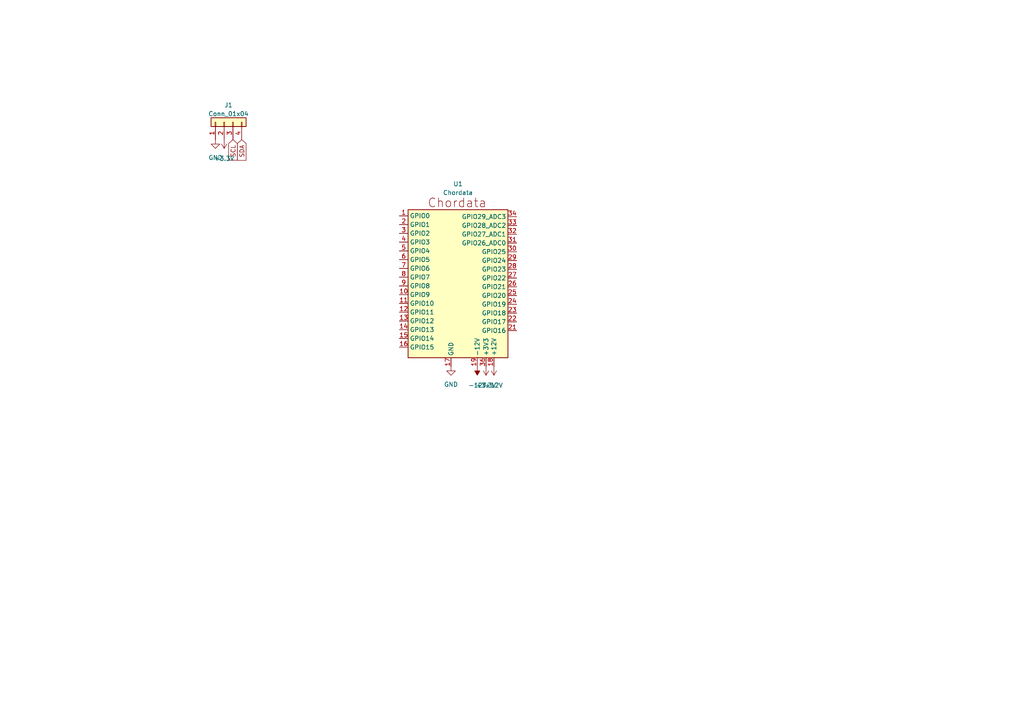
<source format=kicad_sch>
(kicad_sch (version 20230121) (generator eeschema)
  (paper "A4")
  (lib_symbols
    (symbol "Connector_Generic:Conn_01x04" (pin_names (offset 1.016) hide)
      (property "Reference" "J" (at 0 5.08 0))
      (property "Value" "Conn_01x04" (at 0 -7.62 0))
      (symbol "Conn_01x04_1_1"
        (rectangle (start -1.27 -4.953) (end 0 -5.207) (stroke (width 0.1524)))
        (rectangle (start -1.27 -2.413) (end 0 -2.667) (stroke (width 0.1524)))
        (rectangle (start -1.27 0.127) (end 0 -0.127) (stroke (width 0.1524)))
        (rectangle (start -1.27 2.667) (end 0 2.413) (stroke (width 0.1524)))
        (rectangle (start -1.27 3.81) (end 1.27 -6.35) (stroke (width 0.254)) (fill (type background)))
        (pin passive line (at -5.08 2.54 0) (length 3.81) (name "Pin_1") (number "1"))
        (pin passive line (at -5.08 0 0) (length 3.81) (name "Pin_2") (number "2"))
        (pin passive line (at -5.08 -2.54 0) (length 3.81) (name "Pin_3") (number "3"))
        (pin passive line (at -5.08 -5.08 0) (length 3.81) (name "Pin_4") (number "4"))
      )
    )
    (symbol "Pale Slim Ghost:Chordata"
      (property "Reference" "U" (at 0 0 0))
      (property "Value" "Chordata" (at 0 0 0))
      (symbol "Chordata_0_0"
        (text "Chordata" (at 0 23.114 0) (effects (font (size 2.54 2.54))))
      )
      (symbol "Chordata_0_1"
        (rectangle (start -14.224 21.082) (end 14.732 -21.844) (stroke (width 0.254)) (fill (type background)))
      )
      (symbol "Chordata_1_1"
        (pin bidirectional line (at -16.764 19.304 0) (length 2.54) (name "GPIO0") (number "1"))
        (pin bidirectional line (at -16.764 -3.556 0) (length 2.54) (name "GPIO9") (number "10"))
        (pin bidirectional line (at -16.764 -6.096 0) (length 2.54) (name "GPIO10") (number "11"))
        (pin bidirectional line (at -16.764 -8.636 0) (length 2.54) (name "GPIO11") (number "12"))
        (pin bidirectional line (at -16.764 -11.176 0) (length 2.54) (name "GPIO12") (number "13"))
        (pin bidirectional line (at -16.764 -13.716 0) (length 2.54) (name "GPIO13") (number "14"))
        (pin bidirectional line (at -16.764 -16.256 0) (length 2.54) (name "GPIO14") (number "15"))
        (pin bidirectional line (at -16.764 -18.796 0) (length 2.54) (name "GPIO15") (number "16"))
        (pin power_in line (at -1.778 -24.384 90) (length 2.54) (name "GND") (number "17"))
        (pin power_out line (at 10.668 -24.384 90) (length 2.54) (name "+12V") (number "18"))
        (pin power_out line (at 5.842 -24.384 90) (length 2.54) (name "-12V") (number "19"))
        (pin bidirectional line (at -16.764 16.764 0) (length 2.54) (name "GPIO1") (number "2"))
        (pin power_in line (at -1.778 -24.384 90) (length 2.54) hide (name "GND") (number "20"))
        (pin bidirectional line (at 17.272 -13.97 180) (length 2.54) (name "GPIO16") (number "21"))
        (pin bidirectional line (at 17.272 -11.43 180) (length 2.54) (name "GPIO17") (number "22"))
        (pin bidirectional line (at 17.272 -8.89 180) (length 2.54) (name "GPIO18") (number "23"))
        (pin bidirectional line (at 17.272 -6.35 180) (length 2.54) (name "GPIO19") (number "24"))
        (pin bidirectional line (at 17.272 -3.81 180) (length 2.54) (name "GPIO20") (number "25"))
        (pin bidirectional line (at 17.272 -1.27 180) (length 2.54) (name "GPIO21") (number "26"))
        (pin bidirectional line (at 17.272 1.27 180) (length 2.54) (name "GPIO22") (number "27"))
        (pin bidirectional line (at 17.272 3.81 180) (length 2.54) (name "GPIO23") (number "28"))
        (pin bidirectional line (at 17.272 6.35 180) (length 2.54) (name "GPIO24") (number "29"))
        (pin bidirectional line (at -16.764 14.224 0) (length 2.54) (name "GPIO2") (number "3"))
        (pin bidirectional line (at 17.272 8.89 180) (length 2.54) (name "GPIO25") (number "30"))
        (pin bidirectional line (at 17.272 11.43 180) (length 2.54) (name "GPIO26_ADC0") (number "31"))
        (pin bidirectional line (at 17.272 13.97 180) (length 2.54) (name "GPIO27_ADC1") (number "32"))
        (pin bidirectional line (at 17.272 16.51 180) (length 2.54) (name "GPIO28_ADC2") (number "33"))
        (pin bidirectional line (at 17.272 19.05 180) (length 2.54) (name "GPIO29_ADC3") (number "34"))
        (pin power_in line (at -1.778 -24.384 90) (length 2.54) hide (name "GND") (number "35"))
        (pin power_out line (at 8.382 -24.384 90) (length 2.54) (name "+3V3") (number "36"))
        (pin bidirectional line (at -16.764 11.684 0) (length 2.54) (name "GPIO3") (number "4"))
        (pin bidirectional line (at -16.764 9.144 0) (length 2.54) (name "GPIO4") (number "5"))
        (pin bidirectional line (at -16.764 6.604 0) (length 2.54) (name "GPIO5") (number "6"))
        (pin bidirectional line (at -16.764 4.064 0) (length 2.54) (name "GPIO6") (number "7"))
        (pin bidirectional line (at -16.764 1.524 0) (length 2.54) (name "GPIO7") (number "8"))
        (pin bidirectional line (at -16.764 -1.016 0) (length 2.54) (name "GPIO8") (number "9"))
      )
    )
    (symbol "power:+12V" (power) (pin_names (offset 0))
      (property "Value" "+12V" (at 0 3.556 0))
      (symbol "+12V_0_1"
        (polyline (pts (xy -0.762 1.27) (xy 0 2.54)))
        (polyline (pts (xy 0 0) (xy 0 2.54)))
        (polyline (pts (xy 0 2.54) (xy 0.762 1.27)))
      )
      (symbol "+12V_1_1"
        (pin power_in line (at 0 0 90) (length 0) hide (name "+12V") (number "1"))
      )
    )
    (symbol "power:+3.3V" (power) (pin_names (offset 0))
      (property "Value" "+3.3V" (at 0 3.556 0))
      (symbol "+3.3V_0_1"
        (polyline (pts (xy -0.762 1.27) (xy 0 2.54)))
        (polyline (pts (xy 0 0) (xy 0 2.54)))
        (polyline (pts (xy 0 2.54) (xy 0.762 1.27)))
      )
      (symbol "+3.3V_1_1"
        (pin power_in line (at 0 0 90) (length 0) hide (name "+3.3V") (number "1"))
      )
    )
    (symbol "power:-12V" (power) (pin_names (offset 0))
      (property "Value" "-12V" (at 0 3.81 0))
      (symbol "-12V_0_0"
        (pin power_in line (at 0 0 90) (length 0) hide (name "-12V") (number "1"))
      )
      (symbol "-12V_0_1"
        (polyline (pts (xy 0 0) (xy 0 1.27) (xy 0.762 1.27) (xy 0 2.54) (xy -0.762 1.27) (xy 0 1.27)) (fill (type outline)))
      )
    )
    (symbol "power:GND" (power) (pin_names (offset 0))
      (property "Value" "GND" (at 0 -3.81 0))
      (symbol "GND_0_1"
        (polyline (pts (xy 0 0) (xy 0 -1.27) (xy 1.27 -1.27) (xy 0 -2.54) (xy -1.27 -1.27) (xy 0 -1.27)))
      )
      (symbol "GND_1_1"
        (pin power_in line (at 0 0 270) (length 0) hide (name "GND") (number "1"))
      )
    )
  )
  (global_label "SDA" (shape input) (at 70.104 40.513 270) (property "Intersheetrefs" "${INTERSHEET_REFS}" (effects hide)))
  (global_label "SCL" (shape input) (at 67.564 40.513 270) (property "Intersheetrefs" "${INTERSHEET_REFS}" (effects hide)))
  (symbol (lib_id "power:+3.3V") (at 140.97 106.299 180) (unit 1)
    (property "Reference" "#PWR02" (effects hide))
    (property "Value" "+3.3V" (at 140.97 111.76 0))
  )
  (symbol (lib_id "power:GND") (at 130.81 106.299 0) (unit 1)
    (property "Reference" "#PWR05" (effects hide))
    (property "Value" "GND" (at 130.81 111.506 0))
  )
  (symbol (lib_id "power:+3.3V") (at 65.024 40.513 180) (unit 1)
    (property "Reference" "#PWR04" (effects hide))
    (property "Value" "+3.3V" (at 65.024 45.974 0))
  )
  (symbol (lib_id "power:-12V") (at 138.43 106.299 180) (unit 1)
    (property "Reference" "#PWR01" (effects hide))
    (property "Value" "-12V" (at 138.43 111.76 0))
  )
  (symbol (lib_id "Connector_Generic:Conn_01x04") (at 65.024 35.433 90) (unit 1)
    (property "Reference" "J1" (at 66.294 30.48 90))
    (property "Value" "Conn_01x04" (at 66.294 33.02 90))
    (property "Footprint" "Connector_PinSocket_2.54mm:PinSocket_1x04_P2.54mm_Vertical" (effects hide))
  )
  (symbol (lib_id "Pale Slim Ghost:Chordata") (at 132.588 81.915 0) (unit 1)
    (property "Reference" "U1" (at 132.842 53.34 0))
    (property "Value" "Chordata" (at 132.842 55.88 0))
    (property "Footprint" "Pale Slim Ghost:Chordata Vertical" (effects hide))
  )
  (symbol (lib_id "power:GND") (at 62.484 40.513 0) (unit 1)
    (property "Reference" "#PWR06" (effects hide))
    (property "Value" "GND" (at 62.484 45.72 0))
  )
  (symbol (lib_id "power:+12V") (at 143.256 106.299 180) (unit 1)
    (property "Reference" "#PWR03" (effects hide))
    (property "Value" "+12V" (at 143.256 111.76 0))
  )
)
</source>
